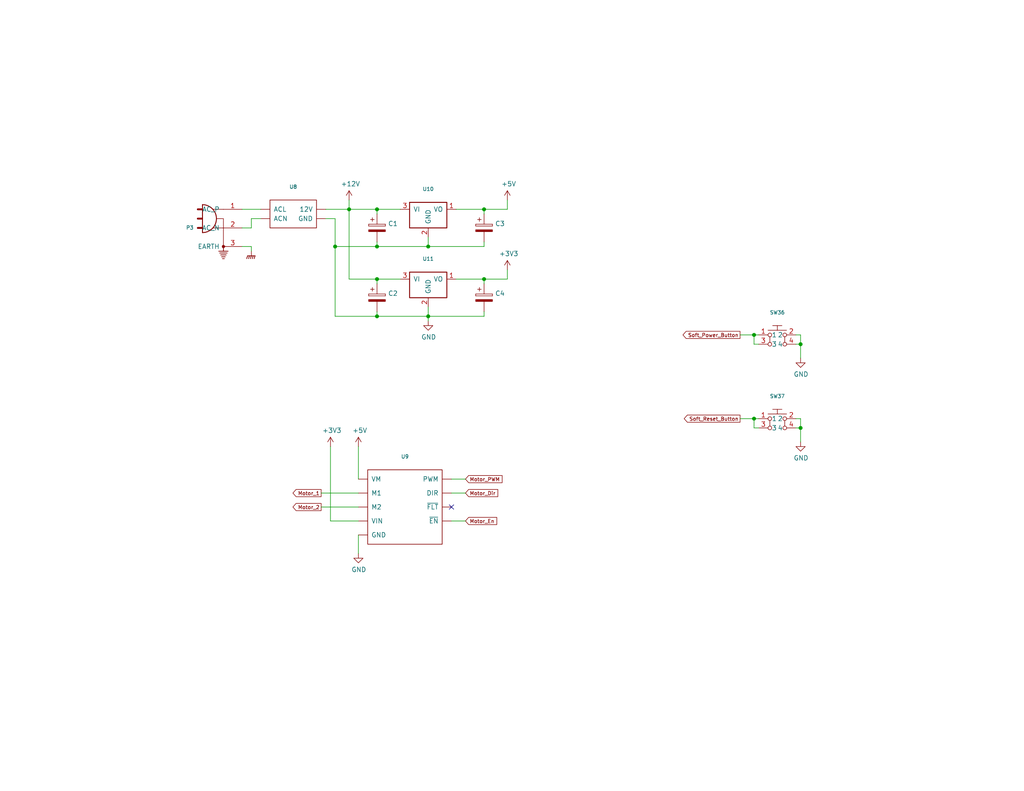
<source format=kicad_sch>
(kicad_sch (version 20211123) (generator eeschema)
  (paper "USLetter")
  (title_block (title "Drum Machine") (date "2018-06-15") (rev "V00") (company "Prototype Engineering Studio LLC"))
  (lib_symbols
    (symbol "Drum_Machine_V00-rescue:AC_DC_Power_Supply-Drum_Machine_V01" (pin_names (offset 1.016))
      (property "Reference" "U" (at 0 5.08 0))
      (property "Value" "AC_DC_Power_Supply-Drum_Machine_V01" (at 0 -5.08 0))
      (symbol "AC_DC_Power_Supply-Drum_Machine_V01_0_1"
        (rectangle (start -6.35 3.81) (end 6.35 -3.81) (stroke (width 0.1778)))
      )
      (symbol "AC_DC_Power_Supply-Drum_Machine_V01_1_1"
        (pin power_out line (at -8.89 1.27 0) (length 2.4892) (name "12V") (number "~"))
        (pin power_in line (at 8.89 1.27 180) (length 2.4892) (name "ACL") (number "~"))
        (pin power_in line (at 8.89 -1.27 180) (length 2.4892) (name "ACN") (number "~"))
        (pin power_out line (at -8.89 -1.27 0) (length 2.4892) (name "GND") (number "~"))
      )
    )
    (symbol "Drum_Machine_V00-rescue:AC_Wall_Plug_Earth-Drum_Machine_V01" (pin_names (offset 1.016))
      (property "Reference" "P" (at 0 6.35 0))
      (property "Value" "AC_Wall_Plug_Earth-Drum_Machine_V01" (at 0 -13.97 0))
      (symbol "AC_Wall_Plug_Earth-Drum_Machine_V01_1_1"
        (circle (center -1.27 -7.62) (radius 0.3556) (fill (type outline)))
        (polyline (pts (xy -2.54 -8.89) (xy 0 -8.89)) (stroke (width 0.2032)))
        (polyline (pts (xy -1.27 -7.62) (xy -1.27 -8.89)) (stroke (width 0.2032)))
        (polyline (pts (xy -1.016 -10.922) (xy -1.524 -10.922)) (stroke (width 0.2032)))
        (polyline (pts (xy -0.762 -10.414) (xy -1.778 -10.414)) (stroke (width 0.2032)))
        (polyline (pts (xy -0.508 -9.906) (xy -2.032 -9.906)) (stroke (width 0.2032)))
        (polyline (pts (xy -0.254 -9.398) (xy -2.286 -9.398)) (stroke (width 0.2032)))
        (polyline (pts (xy 1.524 -2.54) (xy -1.27 -2.54)))
        (polyline (pts (xy 1.524 2.54) (xy -1.27 2.54)))
        (polyline (pts (xy 4.445 -3.81) (xy 4.445 3.81)) (stroke (width 0.254)))
        (polyline (pts (xy 5.715 -2.54) (xy 4.572 -2.54)) (stroke (width 0.508)))
        (polyline (pts (xy 5.715 0) (xy 4.572 0)) (stroke (width 0.508)))
        (polyline (pts (xy 5.715 2.54) (xy 4.572 2.54)) (stroke (width 0.508)))
        (polyline (pts (xy -1.905 -7.62) (xy -1.27 -7.62) (xy -1.27 0) (xy 0.635 0)))
        (arc (start 4.445 3.81) (mid 0.635 0) (end 4.445 -3.81) (stroke (width 0.254)))
        (pin power_out line (at -6.35 2.54 0) (length 5.08) (name "AC_P") (number "1"))
        (pin power_out line (at -6.35 -2.54 0) (length 5.08) (name "AC_N") (number "2"))
        (pin passive line (at -6.35 -7.62 0) (length 5.08) (name "EARTH") (number "3"))
      )
    )
    (symbol "Drum_Machine_V00-rescue:CP-device" (pin_numbers hide) (pin_names (offset 0.254))
      (property "Reference" "C" (at 0.635 2.54 0))
      (property "Value" "CP-device" (at 0.635 -2.54 0))
      (symbol "CP-device_0_1"
        (rectangle (start -2.286 0.508) (end -2.286 1.016))
        (rectangle (start -2.286 0.508) (end 2.286 0.508))
        (polyline (pts (xy -1.778 2.286) (xy -0.762 2.286)))
        (polyline (pts (xy -1.27 2.794) (xy -1.27 1.778)))
        (rectangle (start 2.286 -0.508) (end -2.286 -1.016) (fill (type outline)))
        (rectangle (start 2.286 1.016) (end -2.286 1.016))
        (rectangle (start 2.286 1.016) (end 2.286 0.508))
      )
      (symbol "CP-device_1_1"
        (pin passive line (at 0 3.81 270) (length 2.794) (name "~") (number "1"))
        (pin passive line (at 0 -3.81 90) (length 2.794) (name "~") (number "2"))
      )
    )
    (symbol "Drum_Machine_V00-rescue:GND" (power) (pin_names (offset 0))
      (property "Value" "GND" (at 0 -3.81 0))
      (symbol "GND_0_1"
        (polyline (pts (xy 0 0) (xy 0 -1.27) (xy 1.27 -1.27) (xy 0 -2.54) (xy -1.27 -1.27) (xy 0 -1.27)))
      )
      (symbol "GND_1_1"
        (pin power_in line (at 0 0 270) (length 0) hide (name "GND") (number "1"))
      )
    )
    (symbol "Drum_Machine_V00-rescue:GNDPWR-power" (power) (pin_names (offset 0))
      (property "Value" "GNDPWR-power" (at 0 -3.302 0))
      (symbol "GNDPWR-power_0_1"
        (polyline (pts (xy 0 -1.27) (xy 0 0)))
        (polyline (pts (xy -1.016 -1.27) (xy -1.27 -2.032) (xy -1.27 -2.032)) (stroke (width 0.2032)))
        (polyline (pts (xy -0.508 -1.27) (xy -0.762 -2.032) (xy -0.762 -2.032)) (stroke (width 0.2032)))
        (polyline (pts (xy 0 -1.27) (xy -0.254 -2.032) (xy -0.254 -2.032)) (stroke (width 0.2032)))
        (polyline (pts (xy 0.508 -1.27) (xy 0.254 -2.032) (xy 0.254 -2.032)) (stroke (width 0.2032)))
        (polyline (pts (xy 1.016 -1.27) (xy -1.016 -1.27) (xy -1.016 -1.27)) (stroke (width 0.2032)))
        (polyline (pts (xy 1.016 -1.27) (xy 0.762 -2.032) (xy 0.762 -2.032) (xy 0.762 -2.032)) (stroke (width 0.2032)))
      )
      (symbol "GNDPWR-power_1_1"
        (pin power_in line (at 0 0 90) (length 0) hide (name "GNDPWR") (number "1"))
      )
    )
    (symbol "Drum_Machine_V00-rescue:Motor_Driver-Drum_Machine_V01" (pin_names (offset 1.016))
      (property "Reference" "U" (at 0 11.43 0))
      (property "Value" "Motor_Driver-Drum_Machine_V01" (at 0 -11.43 0))
      (symbol "Motor_Driver-Drum_Machine_V01_0_1"
        (rectangle (start -10.16 10.16) (end 10.16 -10.16) (stroke (width 0.1778)))
      )
      (symbol "Motor_Driver-Drum_Machine_V01_1_1"
        (pin input line (at 12.7 3.81 180) (length 2.4892) (name "DIR") (number "~"))
        (pin power_in line (at -12.7 -7.62 0) (length 2.4892) (name "GND") (number "~"))
        (pin power_out line (at -12.7 3.81 0) (length 2.4892) (name "M1") (number "~"))
        (pin power_out line (at -12.7 0 0) (length 2.4892) (name "M2") (number "~"))
        (pin input line (at 12.7 7.62 180) (length 2.4892) (name "PWM") (number "~"))
        (pin power_in line (at -12.7 -3.81 0) (length 2.4892) (name "VIN") (number "~"))
        (pin power_in line (at -12.7 7.62 0) (length 2.4892) (name "VM") (number "~"))
        (pin input line (at 12.7 -3.81 180) (length 2.4892) (name "~{EN}") (number "~"))
        (pin input line (at 12.7 0 180) (length 2.4892) (name "~{FLT}") (number "~"))
      )
    )
    (symbol "Drum_Machine_V00-rescue:Regulator-Drum_Machine_V01" (pin_names (offset 1.016))
      (property "Reference" "U" (at 0 5.08 0))
      (property "Value" "Regulator-Drum_Machine_V01" (at 5.08 -5.08 0))
      (symbol "Regulator-Drum_Machine_V01_1_1"
        (rectangle (start -5.08 -3.81) (end 5.08 3.175) (stroke (width 0.254)))
        (pin power_out line (at 7.62 1.27 180) (length 2.54) (name "VO") (number "1"))
        (pin power_in line (at 0 -6.35 90) (length 2.54) (name "GND") (number "2"))
        (pin power_in line (at -7.62 1.27 0) (length 2.54) (name "VI") (number "3"))
      )
    )
    (symbol "Drum_Machine_V00-rescue:S_Tac-Drum_Machine_V01" (pin_names (offset 1.016))
      (property "Reference" "SW" (at 0 5.08 0))
      (property "Value" "S_Tac-Drum_Machine_V01" (at 0 -3.81 0))
      (symbol "S_Tac-Drum_Machine_V01_0_1"
        (polyline (pts (xy -2.032 0.762) (xy -2.032 -0.762)) (stroke (width 0.1524)))
        (polyline (pts (xy -1.27 3.81) (xy 1.27 3.81)) (stroke (width 0.1524)))
        (polyline (pts (xy 0 2.54) (xy 0 3.81)) (stroke (width 0.1524)))
        (polyline (pts (xy 2.032 0.762) (xy 2.032 -0.762)) (stroke (width 0.1524)))
      )
      (symbol "S_Tac-Drum_Machine_V01_1_1"
        (circle (center -2.032 -1.27) (radius 0.508))
        (circle (center -2.032 1.27) (radius 0.508))
        (polyline (pts (xy 2.54 2.54) (xy -2.54 2.54)))
        (circle (center 2.032 -1.27) (radius 0.508))
        (circle (center 2.032 1.27) (radius 0.508))
        (pin passive line (at -5.08 1.27 0) (length 2.54) (name "1") (number "1"))
        (pin passive line (at 5.08 1.27 180) (length 2.54) (name "2") (number "2"))
        (pin passive line (at -5.08 -1.27 0) (length 2.54) (name "3") (number "3"))
        (pin passive line (at 5.08 -1.27 180) (length 2.54) (name "4") (number "4"))
      )
    )
    (symbol "power:+12V" (power) (pin_names (offset 0))
      (property "Value" "+12V" (at 0 3.556 0))
      (symbol "+12V_0_1"
        (polyline (pts (xy -0.762 1.27) (xy 0 2.54)))
        (polyline (pts (xy 0 0) (xy 0 2.54)))
        (polyline (pts (xy 0 2.54) (xy 0.762 1.27)))
      )
      (symbol "+12V_1_1"
        (pin power_in line (at 0 0 90) (length 0) hide (name "+12V") (number "1"))
      )
    )
    (symbol "power:+3V3" (power) (pin_names (offset 0))
      (property "Value" "+3V3" (at 0 3.556 0))
      (symbol "+3V3_0_1"
        (polyline (pts (xy -0.762 1.27) (xy 0 2.54)))
        (polyline (pts (xy 0 0) (xy 0 2.54)))
        (polyline (pts (xy 0 2.54) (xy 0.762 1.27)))
      )
      (symbol "+3V3_1_1"
        (pin power_in line (at 0 0 90) (length 0) hide (name "+3V3") (number "1"))
      )
    )
    (symbol "power:+5V" (power) (pin_names (offset 0))
      (property "Value" "+5V" (at 0 3.556 0))
      (symbol "+5V_0_1"
        (polyline (pts (xy -0.762 1.27) (xy 0 2.54)))
        (polyline (pts (xy 0 0) (xy 0 2.54)))
        (polyline (pts (xy 0 2.54) (xy 0.762 1.27)))
      )
      (symbol "+5V_1_1"
        (pin power_in line (at 0 0 90) (length 0) hide (name "+5V") (number "1"))
      )
    )
    (symbol "power:GND" (power) (pin_names (offset 0))
      (property "Value" "GND" (at 0 -3.81 0))
      (symbol "GND_0_1"
        (polyline (pts (xy 0 0) (xy 0 -1.27) (xy 1.27 -1.27) (xy 0 -2.54) (xy -1.27 -1.27) (xy 0 -1.27)))
      )
      (symbol "GND_1_1"
        (pin power_in line (at 0 0 270) (length 0) hide (name "GND") (number "1"))
      )
    )
  )
  (junction (at 102.87 86.36))
  (junction (at 116.84 67.31))
  (junction (at 205.74 91.44))
  (junction (at 132.08 57.15))
  (junction (at 132.08 76.2))
  (junction (at 91.44 67.31))
  (junction (at 116.84 86.36))
  (junction (at 218.44 116.84))
  (junction (at 218.44 93.98))
  (junction (at 102.87 76.2))
  (junction (at 95.25 57.15))
  (junction (at 102.87 67.31))
  (junction (at 205.74 114.3))
  (junction (at 102.87 57.15))
  (no_connect (at 123.19 138.43))
  (wire (pts (xy 91.44 86.36) (xy 102.87 86.36)))
  (wire (pts (xy 116.84 67.31) (xy 132.08 67.31)))
  (wire (pts (xy 201.93 114.3) (xy 205.74 114.3)))
  (wire (pts (xy 218.44 116.84) (xy 218.44 120.65)))
  (wire (pts (xy 95.25 54.61) (xy 95.25 57.15)))
  (wire (pts (xy 102.87 67.31) (xy 91.44 67.31)))
  (wire (pts (xy 138.43 76.2) (xy 138.43 73.66)))
  (wire (pts (xy 217.17 116.84) (xy 218.44 116.84)))
  (wire (pts (xy 97.79 130.81) (xy 97.79 121.92)))
  (wire (pts (xy 123.19 134.62) (xy 127 134.62)))
  (wire (pts (xy 97.79 134.62) (xy 87.63 134.62)))
  (wire (pts (xy 97.79 146.05) (xy 97.79 151.13)))
  (wire (pts (xy 71.12 57.15) (xy 66.04 57.15)))
  (wire (pts (xy 132.08 58.42) (xy 132.08 57.15)))
  (wire (pts (xy 217.17 91.44) (xy 218.44 91.44)))
  (wire (pts (xy 132.08 77.47) (xy 132.08 76.2)))
  (wire (pts (xy 217.17 114.3) (xy 218.44 114.3)))
  (wire (pts (xy 132.08 86.36) (xy 132.08 85.09)))
  (wire (pts (xy 205.74 116.84) (xy 205.74 114.3)))
  (wire (pts (xy 218.44 114.3) (xy 218.44 116.84)))
  (wire (pts (xy 71.12 59.69) (xy 68.58 59.69)))
  (wire (pts (xy 116.84 64.77) (xy 116.84 67.31)))
  (wire (pts (xy 88.9 57.15) (xy 95.25 57.15)))
  (wire (pts (xy 68.58 67.31) (xy 68.58 68.58)))
  (wire (pts (xy 97.79 138.43) (xy 87.63 138.43)))
  (wire (pts (xy 207.01 93.98) (xy 205.74 93.98)))
  (wire (pts (xy 102.87 77.47) (xy 102.87 76.2)))
  (wire (pts (xy 217.17 93.98) (xy 218.44 93.98)))
  (wire (pts (xy 124.46 76.2) (xy 132.08 76.2)))
  (wire (pts (xy 116.84 86.36) (xy 116.84 87.63)))
  (wire (pts (xy 132.08 67.31) (xy 132.08 66.04)))
  (wire (pts (xy 88.9 59.69) (xy 91.44 59.69)))
  (wire (pts (xy 123.19 142.24) (xy 127 142.24)))
  (wire (pts (xy 66.04 67.31) (xy 68.58 67.31)))
  (wire (pts (xy 207.01 116.84) (xy 205.74 116.84)))
  (wire (pts (xy 102.87 76.2) (xy 109.22 76.2)))
  (wire (pts (xy 102.87 57.15) (xy 109.22 57.15)))
  (wire (pts (xy 205.74 114.3) (xy 207.01 114.3)))
  (wire (pts (xy 132.08 57.15) (xy 138.43 57.15)))
  (wire (pts (xy 205.74 91.44) (xy 207.01 91.44)))
  (wire (pts (xy 102.87 58.42) (xy 102.87 57.15)))
  (wire (pts (xy 95.25 57.15) (xy 95.25 76.2)))
  (wire (pts (xy 116.84 86.36) (xy 132.08 86.36)))
  (wire (pts (xy 218.44 91.44) (xy 218.44 93.98)))
  (wire (pts (xy 97.79 142.24) (xy 90.17 142.24)))
  (wire (pts (xy 132.08 76.2) (xy 138.43 76.2)))
  (wire (pts (xy 91.44 67.31) (xy 91.44 86.36)))
  (wire (pts (xy 95.25 76.2) (xy 102.87 76.2)))
  (wire (pts (xy 116.84 83.82) (xy 116.84 86.36)))
  (wire (pts (xy 102.87 66.04) (xy 102.87 67.31)))
  (wire (pts (xy 68.58 62.23) (xy 66.04 62.23)))
  (wire (pts (xy 218.44 93.98) (xy 218.44 97.79)))
  (wire (pts (xy 95.25 57.15) (xy 102.87 57.15)))
  (wire (pts (xy 102.87 85.09) (xy 102.87 86.36)))
  (wire (pts (xy 90.17 142.24) (xy 90.17 121.92)))
  (wire (pts (xy 102.87 67.31) (xy 116.84 67.31)))
  (wire (pts (xy 201.93 91.44) (xy 205.74 91.44)))
  (wire (pts (xy 91.44 59.69) (xy 91.44 67.31)))
  (wire (pts (xy 102.87 86.36) (xy 116.84 86.36)))
  (wire (pts (xy 68.58 59.69) (xy 68.58 62.23)))
  (wire (pts (xy 124.46 57.15) (xy 132.08 57.15)))
  (wire (pts (xy 123.19 130.81) (xy 127 130.81)))
  (wire (pts (xy 138.43 57.15) (xy 138.43 54.61)))
  (wire (pts (xy 205.74 93.98) (xy 205.74 91.44)))
  (global_label "Motor_1" (shape output) (at 87.63 134.62 180) (effects (font (size 0.9906 0.9906))) (property "Intersheet References" "${INTERSHEET_REFS}" (effects hide)))
  (global_label "Soft_Reset_Button" (shape output) (at 201.93 114.3 180) (effects (font (size 0.9906 0.9906))) (property "Intersheet References" "${INTERSHEET_REFS}" (effects hide)))
  (global_label "Motor_2" (shape output) (at 87.63 138.43 180) (effects (font (size 0.9906 0.9906))) (property "Intersheet References" "${INTERSHEET_REFS}" (effects hide)))
  (global_label "Soft_Power_Button" (shape output) (at 201.93 91.44 180) (effects (font (size 0.9906 0.9906))) (property "Intersheet References" "${INTERSHEET_REFS}" (effects hide)))
  (global_label "Motor_En" (shape input) (at 127 142.24 0) (effects (font (size 0.9906 0.9906))) (property "Intersheet References" "${INTERSHEET_REFS}" (effects hide)))
  (global_label "Motor_Dir" (shape input) (at 127 134.62 0) (effects (font (size 0.9906 0.9906))) (property "Intersheet References" "${INTERSHEET_REFS}" (effects hide)))
  (global_label "Motor_PWM" (shape input) (at 127 130.81 0) (effects (font (size 0.9906 0.9906))) (property "Intersheet References" "${INTERSHEET_REFS}" (effects hide)))
  (symbol (lib_id "Drum_Machine_V00-rescue:AC_DC_Power_Supply-Drum_Machine_V01") (at 80.01 58.42 0) (mirror y) (unit 1)
    (property "Reference" "U8" (at 80.01 51.0032 0) (effects (font (size 0.9906 0.9906))))
  )
  (symbol (lib_id "Drum_Machine_V00-rescue:AC_Wall_Plug_Earth-Drum_Machine_V01") (at 59.69 59.69 0) (mirror y) (unit 1)
    (property "Reference" "P3" (at 52.8574 62.1538 0) (effects (font (size 0.9906 0.9906)) (justify left)))
  )
  (symbol (lib_id "Drum_Machine_V00-rescue:Regulator-Drum_Machine_V01") (at 116.84 58.42 0) (unit 1)
    (property "Reference" "U10" (at 116.84 51.6128 0) (effects (font (size 0.9906 0.9906))))
  )
  (symbol (lib_id "Drum_Machine_V00-rescue:CP-device") (at 102.87 62.23 0) (unit 1)
    (property "Reference" "C1" (at 105.8672 61.0616 0) (effects (justify left)))
  )
  (symbol (lib_id "Drum_Machine_V00-rescue:CP-device") (at 132.08 62.23 0) (unit 1)
    (property "Reference" "C3" (at 135.0772 61.0616 0) (effects (justify left)))
  )
  (symbol (lib_id "Drum_Machine_V00-rescue:Regulator-Drum_Machine_V01") (at 116.84 77.47 0) (unit 1)
    (property "Reference" "U11" (at 116.84 70.6628 0) (effects (font (size 0.9906 0.9906))))
  )
  (symbol (lib_id "Drum_Machine_V00-rescue:CP-device") (at 102.87 81.28 0) (unit 1)
    (property "Reference" "C2" (at 105.8672 80.1116 0) (effects (justify left)))
  )
  (symbol (lib_id "Drum_Machine_V00-rescue:GND") (at 116.84 87.63 0) (unit 1)
    (property "Reference" "#PWR0124" (effects hide))
  )
  (symbol (lib_id "Drum_Machine_V00-rescue:CP-device") (at 132.08 81.28 0) (unit 1)
    (property "Reference" "C4" (at 135.0772 80.1116 0) (effects (justify left)))
  )
  (symbol (lib_id "Drum_Machine_V00-rescue:Motor_Driver-Drum_Machine_V01") (at 110.49 138.43 0) (unit 1)
    (property "Reference" "U9" (at 110.49 124.6632 0) (effects (font (size 0.9906 0.9906))))
  )
  (symbol (lib_id "Drum_Machine_V00-rescue:GND") (at 97.79 151.13 0) (unit 1)
    (property "Reference" "#PWR0125" (effects hide))
  )
  (symbol (lib_id "power:+5V") (at 97.79 121.92 0) (unit 1)
    (property "Reference" "#PWR0126" (effects hide))
  )
  (symbol (lib_id "power:+3V3") (at 90.17 121.92 0) (unit 1)
    (property "Reference" "#PWR0127" (effects hide))
  )
  (symbol (lib_id "power:+12V") (at 95.25 54.61 0) (unit 1)
    (property "Reference" "#PWR0128" (effects hide))
  )
  (symbol (lib_id "power:+5V") (at 138.43 54.61 0) (unit 1)
    (property "Reference" "#PWR0129" (effects hide))
  )
  (symbol (lib_id "power:+3V3") (at 138.43 73.66 0) (unit 1)
    (property "Reference" "#PWR0130" (effects hide))
  )
  (symbol (lib_id "Drum_Machine_V00-rescue:S_Tac-Drum_Machine_V01") (at 212.09 92.71 0) (unit 1)
    (property "Reference" "SW36" (at 212.09 85.3186 0) (effects (font (size 0.9906 0.9906))))
  )
  (symbol (lib_id "power:GND") (at 218.44 97.79 0) (unit 1)
    (property "Reference" "#PWR0131" (effects hide))
  )
  (symbol (lib_id "Drum_Machine_V00-rescue:S_Tac-Drum_Machine_V01") (at 212.09 115.57 0) (unit 1)
    (property "Reference" "SW37" (at 212.09 108.1786 0) (effects (font (size 0.9906 0.9906))))
  )
  (symbol (lib_id "power:GND") (at 218.44 120.65 0) (unit 1)
    (property "Reference" "#PWR0132" (effects hide))
  )
  (symbol (lib_id "Drum_Machine_V00-rescue:GNDPWR-power") (at 68.58 68.58 0) (unit 1)
    (property "Reference" "#PWR0133" (effects hide))
  )
)
</source>
